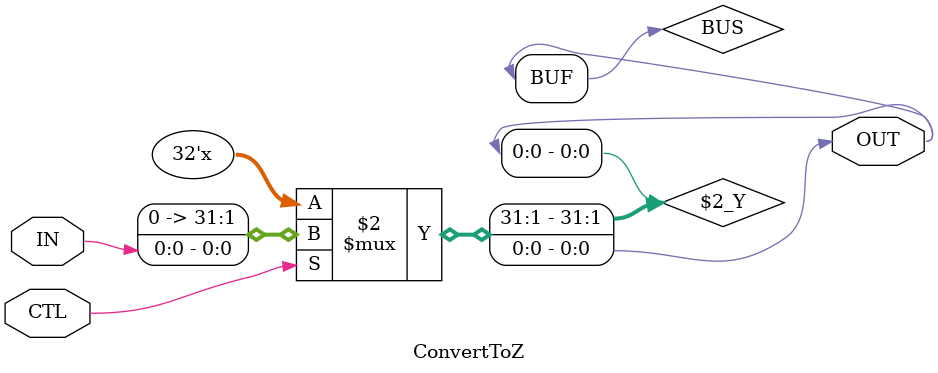
<source format=v>


// Permission is hereby granted, free of charge, to any person obtaining a copy
// of this software and associated documentation files (the "Software"), to deal
// in the Software without restriction, including without limitation the rights
// to use, copy, modify, merge, publish, distribute, sublicense, and/or sell
// copies of the Software, and to permit persons to whom the Software is
// furnished to do so, subject to the following conditions:

// The above copyright notice and this permission notice shall be included in
// all copies or substantial portions of the Software.

// THE SOFTWARE IS PROVIDED "AS IS", WITHOUT WARRANTY OF ANY KIND, EXPRESS OR
// IMPLIED, INCLUDING BUT NOT LIMITED TO THE WARRANTIES OF MERCHANTABILITY,
// FITNESS FOR A PARTICULAR PURPOSE AND NONINFRINGEMENT. IN NO EVENT SHALL THE
// AUTHORS OR COPYRIGHT HOLDERS BE LIABLE FOR ANY CLAIM, DAMAGES OR OTHER
// LIABILITY, WHETHER IN AN ACTION OF CONTRACT, TORT OR OTHERWISE, ARISING FROM,
// OUT OF OR IN CONNECTION WITH THE SOFTWARE OR THE USE OR OTHER DEALINGS IN
// THE SOFTWARE.
//
// $Revision$
// $Date$

`ifdef BSV_ASSIGNMENT_DELAY
`else
`define BSV_ASSIGNMENT_DELAY
`endif


module ConvertToZ( IN, CTL, OUT);

   parameter width = 1;
   input [width - 1 : 0] 	IN;
   input 			CTL;
   output [width - 1 : 0]       OUT;
   
   tri [width - 1 : 0] 		BUS;
   
   
   assign BUS = CTL ? IN : 'bz;
   assign OUT = BUS;
   
endmodule







</source>
